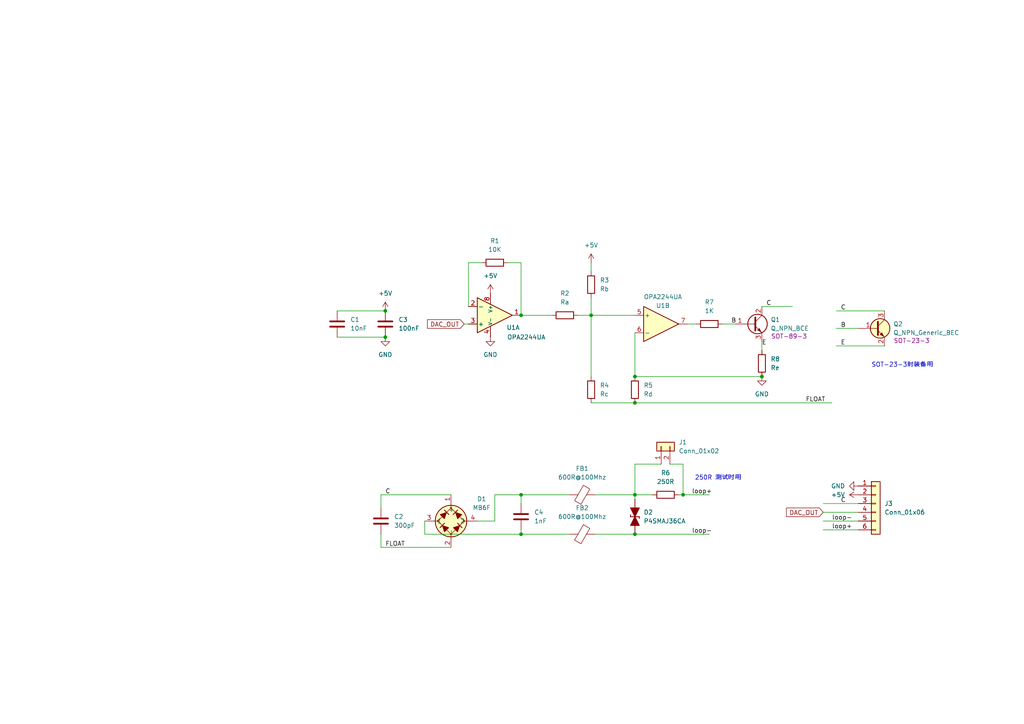
<source format=kicad_sch>
(kicad_sch (version 20250114) (generator "eeschema") (generator_version "9.0")
  (paper "A4")
  (lib_symbols
    (symbol "Connector_Generic:Conn_01x02" (pin_names (offset 1.016) (hide yes))
      (property "Reference" "J" (at 0 2.54 0))
      (property "Value" "Conn_01x02" (at 0 -5.08 0))
      (symbol "Conn_01x02_1_1"
        (rectangle (start -1.27 1.27) (end 1.27 -3.81) (stroke (width 0.254)) (fill (type background)))
        (rectangle (start -1.27 0.127) (end 0 -0.127) (stroke (width 0.1524)))
        (rectangle (start -1.27 -2.413) (end 0 -2.667) (stroke (width 0.1524)))
        (pin passive line (at -5.08 0 0) (length 3.81) (name "Pin_1") (number "1"))
        (pin passive line (at -5.08 -2.54 0) (length 3.81) (name "Pin_2") (number "2"))
      )
    )
    (symbol "Connector_Generic:Conn_01x06" (pin_names (offset 1.016) (hide yes))
      (property "Reference" "J" (at 0 7.62 0))
      (property "Value" "Conn_01x06" (at 0 -10.16 0))
      (symbol "Conn_01x06_1_1"
        (rectangle (start -1.27 6.35) (end 1.27 -8.89) (stroke (width 0.254)) (fill (type background)))
        (rectangle (start -1.27 5.207) (end 0 4.953) (stroke (width 0.1524)))
        (rectangle (start -1.27 2.667) (end 0 2.413) (stroke (width 0.1524)))
        (rectangle (start -1.27 0.127) (end 0 -0.127) (stroke (width 0.1524)))
        (rectangle (start -1.27 -2.413) (end 0 -2.667) (stroke (width 0.1524)))
        (rectangle (start -1.27 -4.953) (end 0 -5.207) (stroke (width 0.1524)))
        (rectangle (start -1.27 -7.493) (end 0 -7.747) (stroke (width 0.1524)))
        (pin passive line (at -5.08 5.08 0) (length 3.81) (name "Pin_1") (number "1"))
        (pin passive line (at -5.08 2.54 0) (length 3.81) (name "Pin_2") (number "2"))
        (pin passive line (at -5.08 0 0) (length 3.81) (name "Pin_3") (number "3"))
        (pin passive line (at -5.08 -2.54 0) (length 3.81) (name "Pin_4") (number "4"))
        (pin passive line (at -5.08 -5.08 0) (length 3.81) (name "Pin_5") (number "5"))
        (pin passive line (at -5.08 -7.62 0) (length 3.81) (name "Pin_6") (number "6"))
      )
    )
    (symbol "Device:FerriteBead" (pin_numbers (hide yes)) (pin_names (offset 0))
      (property "Reference" "FB" (at -3.81 0.635 90))
      (property "Value" "FerriteBead" (at 3.81 0 90))
      (symbol "FerriteBead_0_1"
        (polyline (pts (xy -2.7686 0.4064) (xy -1.7018 2.2606) (xy 2.7686 -0.3048) (xy 1.6764 -2.159) (xy -2.7686 0.4064)))
        (polyline (pts (xy 0 1.27) (xy 0 1.2954)))
        (polyline (pts (xy 0 -1.27) (xy 0 -1.2192)))
      )
      (symbol "FerriteBead_1_1"
        (pin passive line (at 0 3.81 270) (length 2.54) (name "~") (number "1"))
        (pin passive line (at 0 -3.81 90) (length 2.54) (name "~") (number "2"))
      )
    )
    (symbol "Library:MB6F" (pin_names (offset 1.016))
      (property "Reference" "D" (at 5.08 7.62 0))
      (property "Value" "MB6F" (at 5.08 5.08 0))
      (symbol "MB6F_0_1"
        (polyline (pts (xy -5.08 0) (xy -3.81 0)))
        (circle (center -3.81 0) (radius 0.1778) (fill (type outline)))
        (polyline (pts (xy -2.54 -1.27) (xy -1.905 -3.175) (xy -0.635 -1.905) (xy -2.54 -1.27)) (fill (type outline)))
        (polyline (pts (xy -1.905 3.175) (xy -0.635 1.905)) (stroke (width 0.254)))
        (polyline (pts (xy -1.905 -0.635) (xy -3.175 -1.905)) (stroke (width 0.254)))
        (polyline (pts (xy -1.27 2.54) (xy -1.905 0.635) (xy -3.175 1.905) (xy -1.27 2.54)) (fill (type outline)))
        (polyline (pts (xy 0 5.08) (xy 0 3.81)))
        (polyline (pts (xy 0 3.81) (xy -3.81 0) (xy 0 -3.81) (xy 3.81 0) (xy 0 3.81)))
        (circle (center 0 0) (radius 4.572) (stroke (width 0.254)) (fill (type background)))
        (polyline (pts (xy 0 -5.08) (xy 0 -3.81)))
        (polyline (pts (xy 1.27 2.54) (xy 3.175 1.905) (xy 1.905 0.635) (xy 1.27 2.54)) (fill (type outline)))
        (polyline (pts (xy 1.905 3.175) (xy 0.635 1.905)) (stroke (width 0.254)))
        (polyline (pts (xy 2.54 -1.27) (xy 0.635 -1.905) (xy 1.905 -3.175) (xy 2.54 -1.27)) (fill (type outline)))
        (polyline (pts (xy 3.175 -1.905) (xy 1.905 -0.635)) (stroke (width 0.254)))
        (polyline (pts (xy 5.08 0) (xy 3.81 0)))
      )
      (symbol "MB6F_1_1"
        (circle (center 0 3.81) (radius 0.1778) (fill (type outline)))
        (circle (center 0 -3.81) (radius 0.1778) (fill (type outline)))
        (circle (center 3.81 0) (radius 0.1778) (fill (type outline)))
        (pin passive line (at -7.62 0 0) (length 2.54) (name "1") (number "3"))
        (pin passive line (at 0 7.62 270) (length 2.54) (name "+") (number "1"))
        (pin passive line (at 0 -7.62 90) (length 2.54) (name "-") (number "2"))
        (pin passive line (at 7.62 0 180) (length 2.54) (name "2") (number "4"))
      )
    )
    (symbol "PCM_Amplifier_Operational_AKL:OPA2244UA" (pin_names (offset 0.2))
      (property "Reference" "U" (at 2.54 7.62 0))
      (property "Value" "OPA2244UA" (at 2.54 5.08 0))
      (symbol "OPA2244UA_0_1"
        (polyline (pts (xy -3.81 5.08) (xy -3.81 -5.08) (xy 6.35 0) (xy -3.81 5.08)) (stroke (width 0.254)) (fill (type background)))
      )
      (symbol "OPA2244UA_1_1"
        (pin input line (at -6.35 2.54 0) (length 2.54) (name "-") (number "2"))
        (pin input line (at -6.35 -2.54 0) (length 2.54) (name "+") (number "3"))
        (pin power_in line (at 0 6.35 270) (length 3.18) (name "V+") (number "8"))
        (pin power_in line (at 0 -6.35 90) (length 3.18) (name "V-") (number "4"))
        (pin output line (at 8.89 0 180) (length 2.54) (name "~") (number "1"))
      )
      (symbol "OPA2244UA_2_1"
        (pin input line (at -6.35 2.54 0) (length 2.54) (name "-") (number "6"))
        (pin input line (at -6.35 -2.54 0) (length 2.54) (name "+") (number "5"))
        (pin output line (at 8.89 0 180) (length 2.54) (name "~") (number "7"))
      )
    )
    (symbol "PCM_Capacitor_AKL:C_1206" (pin_numbers (hide yes)) (pin_names (offset 0.254))
      (property "Reference" "C" (at 0.635 2.54 0))
      (property "Value" "C_1206" (at 0.635 -2.54 0))
      (symbol "C_1206_0_1"
        (polyline (pts (xy -2.032 0.762) (xy 2.032 0.762)) (stroke (width 0.508)))
        (polyline (pts (xy -2.032 -0.762) (xy 2.032 -0.762)) (stroke (width 0.508)))
      )
      (symbol "C_1206_0_2"
        (polyline (pts (xy -2.54 -2.54) (xy -0.381 -0.381)))
        (polyline (pts (xy -0.508 -0.508) (xy -1.651 0.635)) (stroke (width 0.508)))
        (polyline (pts (xy -0.508 -0.508) (xy 0.635 -1.651)) (stroke (width 0.508)))
        (polyline (pts (xy 0.381 0.381) (xy 2.54 2.54)))
        (polyline (pts (xy 0.508 0.508) (xy -0.635 1.651)) (stroke (width 0.508)))
        (polyline (pts (xy 0.508 0.508) (xy 1.651 -0.635)) (stroke (width 0.508)))
      )
      (symbol "C_1206_1_1"
        (pin passive line (at 0 3.81 270) (length 2.794) (name "~") (number "1"))
        (pin passive line (at 0 -3.81 90) (length 2.794) (name "~") (number "2"))
      )
      (symbol "C_1206_1_2"
        (pin passive line (at -2.54 -2.54 90) (length 0) (name "~") (number "2"))
        (pin passive line (at 2.54 2.54 270) (length 0) (name "~") (number "1"))
      )
    )
    (symbol "PCM_Diode_TVS_AKL:P4SMAJ36CA" (pin_numbers (hide yes)) (pin_names (offset 1.016) (hide yes))
      (property "Reference" "D" (at 0 5.08 0))
      (property "Value" "P4SMAJ36CA" (at 0 2.54 0))
      (symbol "P4SMAJ36CA_0_1"
        (polyline (pts (xy 0 1.27) (xy 0 -1.27)) (stroke (width 0.254)))
        (polyline (pts (xy 0 1.27) (xy 0.508 1.27)) (stroke (width 0.254)))
        (polyline (pts (xy 0 0) (xy -2.54 1.27) (xy -2.54 -1.27) (xy 0 0)) (stroke (width 0.254)) (fill (type outline)))
        (polyline (pts (xy 0 -1.27) (xy -0.508 -1.27)) (stroke (width 0.254)))
        (polyline (pts (xy 1.27 0) (xy -1.27 0)))
        (polyline (pts (xy 2.54 1.27) (xy 2.54 -1.27) (xy 0 0) (xy 2.54 1.27)) (stroke (width 0.254)) (fill (type outline)))
      )
      (symbol "P4SMAJ36CA_0_2"
        (polyline (pts (xy -3.81 -3.81) (xy 3.81 3.81)))
        (polyline (pts (xy -1.778 -1.778) (xy -2.667 -0.889) (xy 0 0) (xy -0.889 -2.667) (xy -1.778 -1.778)) (stroke (width 0.254)) (fill (type outline)))
        (polyline (pts (xy -0.889 0.889) (xy -1.27 0.508)) (stroke (width 0.254)))
        (polyline (pts (xy -0.889 0.889) (xy 0.889 -0.889)) (stroke (width 0.254)))
        (polyline (pts (xy 0.889 -0.889) (xy 1.27 -0.508)) (stroke (width 0.254)))
        (polyline (pts (xy 1.778 1.778) (xy 2.667 0.889) (xy 0 0) (xy 0.889 2.667) (xy 1.778 1.778)) (stroke (width 0.254)) (fill (type outline)))
      )
      (symbol "P4SMAJ36CA_1_1"
        (pin passive line (at -5.08 0 0) (length 2.54) (name "K") (number "1"))
        (pin passive line (at 5.08 0 180) (length 2.54) (name "A") (number "2"))
      )
      (symbol "P4SMAJ36CA_1_2"
        (pin passive line (at -3.81 -3.81 0) (length 0) (name "A") (number "2"))
        (pin passive line (at 3.81 3.81 180) (length 0) (name "K") (number "1"))
      )
    )
    (symbol "PCM_Resistor_AKL:R_1206" (pin_numbers (hide yes)) (pin_names (offset 0))
      (property "Reference" "R" (at 2.54 1.27 0))
      (property "Value" "R_1206" (at 2.54 -1.27 0))
      (symbol "R_1206_0_1"
        (rectangle (start -1.016 2.54) (end 1.016 -2.54) (stroke (width 0.254)))
      )
      (symbol "R_1206_0_2"
        (polyline (pts (xy -2.54 -2.54) (xy -1.524 -1.524)))
        (polyline (pts (xy 1.524 1.524) (xy 2.54 2.54)))
        (polyline (pts (xy 1.524 1.524) (xy 0.889 2.159) (xy -2.159 -0.889) (xy -0.889 -2.159) (xy 2.159 0.889) (xy 1.524 1.524)) (stroke (width 0.254)))
      )
      (symbol "R_1206_1_1"
        (pin passive line (at 0 3.81 270) (length 1.27) (name "~") (number "1"))
        (pin passive line (at 0 -3.81 90) (length 1.27) (name "~") (number "2"))
      )
      (symbol "R_1206_1_2"
        (pin passive line (at -2.54 -2.54 0) (length 0) (name "") (number "2"))
        (pin passive line (at 2.54 2.54 180) (length 0) (name "") (number "1"))
      )
    )
    (symbol "PCM_Transistor_BJT_AKL:Q_NPN_Generic_BEC" (pin_names (hide yes))
      (property "Reference" "Q" (at 5.08 1.27 0))
      (property "Value" "Q_NPN_Generic_BEC" (at 5.08 -1.27 0))
      (symbol "Q_NPN_Generic_BEC_0_1"
        (polyline (pts (xy 0.635 1.905) (xy 0.635 -1.905) (xy 0.635 -1.905)) (stroke (width 0.508)))
        (polyline (pts (xy 0.635 0.635) (xy 2.54 2.54)))
        (polyline (pts (xy 0.635 -0.635) (xy 2.54 -2.54) (xy 2.54 -2.54)))
        (circle (center 1.27 0) (radius 2.8194) (stroke (width 0.254)) (fill (type background)))
        (polyline (pts (xy 1.27 -1.778) (xy 1.778 -1.27) (xy 2.286 -2.286) (xy 1.27 -1.778) (xy 1.27 -1.778)) (fill (type outline)))
      )
      (symbol "Q_NPN_Generic_BEC_1_1"
        (pin input line (at -5.08 0 0) (length 5.715) (name "B") (number "1"))
        (pin passive line (at 2.54 5.08 270) (length 2.54) (name "C") (number "3"))
        (pin passive line (at 2.54 -5.08 90) (length 2.54) (name "E") (number "2"))
      )
    )
    (symbol "Transistor_BJT:Q_NPN_BCE" (pin_names (offset 0) (hide yes))
      (property "Reference" "Q" (at 5.08 1.27 0))
      (property "Value" "Q_NPN_BCE" (at 5.08 -1.27 0))
      (symbol "Q_NPN_BCE_0_1"
        (polyline (pts (xy -2.54 0) (xy 0.635 0)))
        (polyline (pts (xy 0.635 1.905) (xy 0.635 -1.905)) (stroke (width 0.508)))
        (circle (center 1.27 0) (radius 2.8194) (stroke (width 0.254)))
      )
      (symbol "Q_NPN_BCE_1_1"
        (polyline (pts (xy 0.635 0.635) (xy 2.54 2.54)))
        (polyline (pts (xy 0.635 -0.635) (xy 2.54 -2.54)))
        (polyline (pts (xy 1.27 -1.778) (xy 1.778 -1.27) (xy 2.286 -2.286) (xy 1.27 -1.778)) (fill (type outline)))
        (pin input line (at -5.08 0 0) (length 2.54) (name "B") (number "1"))
        (pin passive line (at 2.54 5.08 270) (length 2.54) (name "C") (number "2"))
        (pin passive line (at 2.54 -5.08 90) (length 2.54) (name "E") (number "3"))
      )
    )
    (symbol "power:+5V" (power) (pin_numbers (hide yes)) (pin_names (offset 0) (hide yes))
      (property "Value" "+5V" (at 0 3.556 0))
      (symbol "+5V_0_1"
        (polyline (pts (xy -0.762 1.27) (xy 0 2.54)))
        (polyline (pts (xy 0 2.54) (xy 0.762 1.27)))
        (polyline (pts (xy 0 0) (xy 0 2.54)))
      )
      (symbol "+5V_1_1"
        (pin power_in line (at 0 0 90) (length 0) (name "~") (number "1"))
      )
    )
    (symbol "power:GND" (power) (pin_numbers (hide yes)) (pin_names (offset 0) (hide yes))
      (property "Value" "GND" (at 0 -3.81 0))
      (symbol "GND_0_1"
        (polyline (pts (xy 0 0) (xy 0 -1.27) (xy 1.27 -1.27) (xy 0 -2.54) (xy -1.27 -1.27) (xy 0 -1.27)))
      )
      (symbol "GND_1_1"
        (pin power_in line (at 0 0 270) (length 0) (name "~") (number "1"))
      )
    )
  )
  (text "SOT-23-3封装备用" (at 252.73 106.68 0) (effects (font (size 1.27 1.27)) (justify left bottom)))
  (text "250R 测试时用" (at 208.28 138.684 0) (effects (font (size 1.27 1.27))))
  (junction (at 220.98 109.22))
  (junction (at 184.15 116.84))
  (junction (at 184.15 109.22))
  (junction (at 184.15 154.94))
  (junction (at 151.13 91.44))
  (junction (at 198.12 143.51))
  (junction (at 151.13 143.51))
  (junction (at 171.45 91.44))
  (junction (at 184.15 143.51))
  (junction (at 111.76 97.79))
  (junction (at 151.13 154.94))
  (junction (at 111.76 90.17))
  (wire (pts (xy 189.23 143.51) (xy 184.15 143.51)))
  (wire (pts (xy 238.76 151.13) (xy 248.92 151.13)))
  (wire (pts (xy 123.19 154.94) (xy 123.19 151.13)))
  (wire (pts (xy 135.89 88.9) (xy 135.89 76.2)))
  (wire (pts (xy 151.13 76.2) (xy 151.13 91.44)))
  (wire (pts (xy 184.15 143.51) (xy 172.72 143.51)))
  (wire (pts (xy 220.98 88.9) (xy 229.87 88.9)))
  (wire (pts (xy 143.51 151.13) (xy 138.43 151.13)))
  (wire (pts (xy 110.49 158.75) (xy 110.49 154.94)))
  (wire (pts (xy 151.13 91.44) (xy 160.02 91.44)))
  (wire (pts (xy 134.62 93.98) (xy 135.89 93.98)))
  (wire (pts (xy 171.45 76.2) (xy 171.45 78.74)))
  (wire (pts (xy 151.13 154.94) (xy 165.1 154.94)))
  (wire (pts (xy 184.15 134.62) (xy 184.15 143.51)))
  (wire (pts (xy 238.76 148.59) (xy 248.92 148.59)))
  (wire (pts (xy 165.1 143.51) (xy 151.13 143.51)))
  (wire (pts (xy 151.13 153.67) (xy 151.13 154.94)))
  (wire (pts (xy 171.45 91.44) (xy 171.45 109.22)))
  (wire (pts (xy 194.31 134.62) (xy 198.12 134.62)))
  (wire (pts (xy 171.45 91.44) (xy 184.15 91.44)))
  (wire (pts (xy 184.15 96.52) (xy 184.15 109.22)))
  (wire (pts (xy 151.13 143.51) (xy 143.51 143.51)))
  (wire (pts (xy 171.45 86.36) (xy 171.45 91.44)))
  (wire (pts (xy 143.51 143.51) (xy 143.51 151.13)))
  (wire (pts (xy 123.19 154.94) (xy 151.13 154.94)))
  (wire (pts (xy 184.15 154.94) (xy 205.74 154.94)))
  (wire (pts (xy 220.98 101.6) (xy 220.98 99.06)))
  (wire (pts (xy 242.57 90.17) (xy 256.54 90.17)))
  (wire (pts (xy 151.13 143.51) (xy 151.13 146.05)))
  (wire (pts (xy 172.72 154.94) (xy 184.15 154.94)))
  (wire (pts (xy 242.57 95.25) (xy 248.92 95.25)))
  (wire (pts (xy 184.15 116.84) (xy 241.3 116.84)))
  (wire (pts (xy 242.57 100.33) (xy 256.54 100.33)))
  (wire (pts (xy 238.76 153.67) (xy 248.92 153.67)))
  (wire (pts (xy 97.79 97.79) (xy 111.76 97.79)))
  (wire (pts (xy 135.89 76.2) (xy 139.7 76.2)))
  (wire (pts (xy 191.77 134.62) (xy 184.15 134.62)))
  (wire (pts (xy 130.81 143.51) (xy 110.49 143.51)))
  (wire (pts (xy 171.45 116.84) (xy 184.15 116.84)))
  (wire (pts (xy 184.15 109.22) (xy 220.98 109.22)))
  (wire (pts (xy 238.76 146.05) (xy 248.92 146.05)))
  (wire (pts (xy 167.64 91.44) (xy 171.45 91.44)))
  (wire (pts (xy 209.55 93.98) (xy 213.36 93.98)))
  (wire (pts (xy 199.39 93.98) (xy 201.93 93.98)))
  (wire (pts (xy 198.12 134.62) (xy 198.12 143.51)))
  (wire (pts (xy 147.32 76.2) (xy 151.13 76.2)))
  (wire (pts (xy 130.81 158.75) (xy 110.49 158.75)))
  (wire (pts (xy 198.12 143.51) (xy 196.85 143.51)))
  (wire (pts (xy 97.79 90.17) (xy 111.76 90.17)))
  (wire (pts (xy 184.15 143.51) (xy 184.15 144.78)))
  (wire (pts (xy 205.74 143.51) (xy 198.12 143.51)))
  (wire (pts (xy 110.49 143.51) (xy 110.49 147.32)))
  (label "C" (at 243.84 146.05 0))
  (label "loop-" (at 241.3 151.13 0))
  (label "B" (at 212.09 93.98 0))
  (label "FLOAT" (at 111.76 158.75 0))
  (label "loop-" (at 200.66 154.94 0))
  (label "E" (at 220.98 100.33 0))
  (label "E" (at 243.84 100.33 0))
  (label "C" (at 243.84 90.17 0))
  (label "FLOAT" (at 233.68 116.84 0))
  (label "B" (at 243.84 95.25 0))
  (label "loop+" (at 241.3 153.67 0))
  (label "loop+" (at 200.66 143.51 0))
  (label "C" (at 111.76 143.51 0))
  (label "C" (at 222.25 88.9 0))
  (global_label "DAC_OUT" (shape input) (at 134.62 93.98 180) (property "Intersheetrefs" "${INTERSHEET_REFS}" (effects (hide yes))))
  (global_label "DAC_OUT" (shape input) (at 238.76 148.59 180) (property "Intersheetrefs" "${INTERSHEET_REFS}" (effects (hide yes))))
  (symbol (lib_id "PCM_Diode_TVS_AKL:P4SMAJ36CA") (at 184.15 149.86 90) (unit 1)
    (property "Reference" "D2" (at 186.69 148.5899 90) (effects (justify right)))
    (property "Value" "P4SMAJ36CA" (at 186.69 151.1299 90) (effects (justify right)))
    (property "Footprint" "PCM_Diode_SMD_AKL:D_SMA_TVS" (effects (hide yes)))
    (property "Datasheet" "https://www.tme.eu/Document/1eef058bc29c4135e52f8ab997b46c91/p4smaj65.pdf" (effects (hide yes)))
    (property "Description" "SMA Bidirectional TVS Diode, 36V, 400W, Alternate KiCAD Library" (effects (hide yes)))
  )
  (symbol (lib_id "PCM_Resistor_AKL:R_1206") (at 184.15 113.03 180) (unit 1)
    (property "Reference" "R5" (at 186.69 111.7599 0) (effects (justify right)))
    (property "Value" "Rd" (at 186.69 114.2999 0) (effects (justify right)))
    (property "Footprint" "PCM_Resistor_SMD_AKL:R_1206_3216Metric" (effects (hide yes)))
    (property "Description" "SMD 1206 Chip Resistor, European Symbol, Alternate KiCad Library" (effects (hide yes)))
  )
  (symbol (lib_id "power:GND") (at 111.76 97.79 0) (unit 1)
    (property "Reference" "#PWR02" (effects (hide yes)))
    (property "Value" "GND" (at 111.76 102.87 0))
    (property "Description" "Power symbol creates a global label with name \"GND\" , ground" (effects (hide yes)))
  )
  (symbol (lib_id "PCM_Transistor_BJT_AKL:Q_NPN_Generic_BEC") (at 254 95.25 0) (unit 1)
    (property "Reference" "Q2" (at 259.08 93.9799 0) (effects (justify left)))
    (property "Value" "Q_NPN_Generic_BEC" (at 259.08 96.5199 0) (effects (justify left)))
    (property "Footprint" "Package_TO_SOT_SMD:SOT-23-3" (effects (hide yes)))
    (property "Description" "NPN transistor, generic symbol, Alternate KiCAD Library" (effects (hide yes)))
    (property "package" "SOT-23-3" (at 264.414 98.806 0))
  )
  (symbol (lib_id "PCM_Resistor_AKL:R_1206") (at 163.83 91.44 90) (unit 1)
    (property "Reference" "R2" (at 163.83 85.09 90))
    (property "Value" "Ra" (at 163.83 87.63 90))
    (property "Footprint" "PCM_Resistor_SMD_AKL:R_1206_3216Metric" (effects (hide yes)))
    (property "Description" "SMD 1206 Chip Resistor, European Symbol, Alternate KiCad Library" (effects (hide yes)))
  )
  (symbol (lib_id "power:+5V") (at 142.24 85.09 0) (unit 1)
    (property "Reference" "#PWR03" (effects (hide yes)))
    (property "Value" "+5V" (at 142.24 80.01 0))
    (property "Description" "Power symbol creates a global label with name \"+5V\"" (effects (hide yes)))
  )
  (symbol (lib_id "Device:FerriteBead") (at 168.91 154.94 90) (unit 1)
    (property "Reference" "FB2" (at 168.8592 147.32 90))
    (property "Value" "600R@100Mhz" (at 168.8592 149.86 90))
    (property "Footprint" "PCM_Inductor_SMD_AKL:L_1206_3216Metric" (effects (hide yes)))
    (property "Description" "Ferrite bead" (effects (hide yes)))
  )
  (symbol (lib_id "Library:MB6F") (at 130.81 151.13 0) (unit 1)
    (property "Reference" "D1" (at 139.7 144.7098 0))
    (property "Value" "MB6F" (at 139.7 147.2498 0))
    (property "Footprint" "PCM_Diode_SMD_AKL:Diode_Bridge_MBF" (effects (hide yes)))
    (property "Datasheet" "https://www.jlc-smt.com/lcsc/detail?componentCode=C3036709" (effects (hide yes)))
    (property "Description" "Diode bridge, Generic symbol, Alternate KiCAD Library" (effects (hide yes)))
  )
  (symbol (lib_id "PCM_Capacitor_AKL:C_1206") (at 97.79 93.98 0) (unit 1)
    (property "Reference" "C1" (at 101.6 92.7099 0) (effects (justify left)))
    (property "Value" "10nF" (at 101.6 95.2499 0) (effects (justify left)))
    (property "Footprint" "PCM_Capacitor_SMD_AKL:C_1206_3216Metric" (effects (hide yes)))
    (property "Description" "SMD 1206 MLCC capacitor, Alternate KiCad Library" (effects (hide yes)))
  )
  (symbol (lib_id "power:+5V") (at 111.76 90.17 0) (unit 1)
    (property "Reference" "#PWR01" (effects (hide yes)))
    (property "Value" "+5V" (at 111.76 85.09 0))
    (property "Description" "Power symbol creates a global label with name \"+5V\"" (effects (hide yes)))
  )
  (symbol (lib_id "power:GND") (at 142.24 97.79 0) (unit 1)
    (property "Reference" "#PWR04" (effects (hide yes)))
    (property "Value" "GND" (at 142.24 102.87 0))
    (property "Description" "Power symbol creates a global label with name \"GND\" , ground" (effects (hide yes)))
  )
  (symbol (lib_id "PCM_Resistor_AKL:R_1206") (at 143.51 76.2 90) (unit 1)
    (property "Reference" "R1" (at 143.51 69.85 90))
    (property "Value" "10K" (at 143.51 72.39 90))
    (property "Footprint" "PCM_Resistor_SMD_AKL:R_1206_3216Metric" (effects (hide yes)))
    (property "Description" "SMD 1206 Chip Resistor, European Symbol, Alternate KiCad Library" (effects (hide yes)))
  )
  (symbol (lib_id "PCM_Amplifier_Operational_AKL:OPA2244UA") (at 190.5 93.98 0) (mirror x) (unit 2)
    (property "Reference" "U1" (at 192.278 88.646 0))
    (property "Value" "OPA2244UA" (at 192.278 86.106 0))
    (property "Footprint" "PCM_Package_SO_AKL:SO-8_3.9x4.9mm_P1.27mm" (effects (hide yes)))
    (property "Datasheet" "https://www.ti.com/lit/ds/symlink/opa244.pdf?ts=1635000702154&ref_url=https%253A%252F%252Fwww.google.com%252F" (effects (hide yes)))
    (property "Description" "SO-8 Dual Low Power Operational Amplifier, 1.5mV Offset, 6μV/°C Drift, 430kHz GBW, 500μA Supply Current per Amplifier, Alternate KiCAD Library" (effects (hide yes)))
  )
  (symbol (lib_id "PCM_Amplifier_Operational_AKL:OPA2244UA") (at 142.24 91.44 0) (unit 1)
    (property "Reference" "U1" (at 148.844 94.996 0))
    (property "Value" "OPA2244UA" (at 152.654 97.79 0))
    (property "Footprint" "PCM_Package_SO_AKL:SO-8_3.9x4.9mm_P1.27mm" (effects (hide yes)))
    (property "Datasheet" "https://www.ti.com/lit/ds/symlink/opa244.pdf?ts=1635000702154&ref_url=https%253A%252F%252Fwww.google.com%252F" (effects (hide yes)))
    (property "Description" "SO-8 Dual Low Power Operational Amplifier, 1.5mV Offset, 6μV/°C Drift, 430kHz GBW, 500μA Supply Current per Amplifier, Alternate KiCAD Library" (effects (hide yes)))
  )
  (symbol (lib_id "Transistor_BJT:Q_NPN_BCE") (at 218.44 93.98 0) (unit 1)
    (property "Reference" "Q1" (at 223.52 92.7099 0) (effects (justify left)))
    (property "Value" "Q_NPN_BCE" (at 223.52 95.2499 0) (effects (justify left)))
    (property "Footprint" "PCM_Package_TO_SOT_SMD_AKL:SOT-89-3_BigPads" (effects (hide yes)))
    (property "Description" "NPN transistor, base/collector/emitter" (effects (hide yes)))
    (property "package" "SOT-89-3" (at 228.854 97.536 0))
  )
  (symbol (lib_id "power:GND") (at 248.92 140.97 270) (unit 1)
    (property "Reference" "#PWR07" (effects (hide yes)))
    (property "Value" "GND" (at 245.11 140.9699 90) (effects (justify right)))
    (property "Description" "Power symbol creates a global label with name \"GND\" , ground" (effects (hide yes)))
  )
  (symbol (lib_id "PCM_Resistor_AKL:R_1206") (at 171.45 82.55 180) (unit 1)
    (property "Reference" "R3" (at 173.99 81.2799 0) (effects (justify right)))
    (property "Value" "Rb" (at 173.99 83.8199 0) (effects (justify right)))
    (property "Footprint" "PCM_Resistor_SMD_AKL:R_1206_3216Metric" (effects (hide yes)))
    (property "Description" "SMD 1206 Chip Resistor, European Symbol, Alternate KiCad Library" (effects (hide yes)))
  )
  (symbol (lib_id "power:GND") (at 220.98 109.22 0) (unit 1)
    (property "Reference" "#PWR06" (effects (hide yes)))
    (property "Value" "GND" (at 220.98 114.3 0))
    (property "Description" "Power symbol creates a global label with name \"GND\" , ground" (effects (hide yes)))
  )
  (symbol (lib_id "PCM_Resistor_AKL:R_1206") (at 171.45 113.03 180) (unit 1)
    (property "Reference" "R4" (at 173.99 111.7599 0) (effects (justify right)))
    (property "Value" "Rc" (at 173.99 114.2999 0) (effects (justify right)))
    (property "Footprint" "PCM_Resistor_SMD_AKL:R_1206_3216Metric" (effects (hide yes)))
    (property "Description" "SMD 1206 Chip Resistor, European Symbol, Alternate KiCad Library" (effects (hide yes)))
  )
  (symbol (lib_id "power:+5V") (at 171.45 76.2 0) (unit 1)
    (property "Reference" "#PWR05" (effects (hide yes)))
    (property "Value" "+5V" (at 171.45 71.12 0))
    (property "Description" "Power symbol creates a global label with name \"+5V\"" (effects (hide yes)))
  )
  (symbol (lib_id "PCM_Capacitor_AKL:C_1206") (at 110.49 151.13 0) (unit 1)
    (property "Reference" "C2" (at 114.3 149.8599 0) (effects (justify left)))
    (property "Value" "300pF" (at 114.3 152.3999 0) (effects (justify left)))
    (property "Footprint" "PCM_Capacitor_SMD_AKL:C_1206_3216Metric" (effects (hide yes)))
    (property "Description" "SMD 1206 MLCC capacitor, Alternate KiCad Library" (effects (hide yes)))
  )
  (symbol (lib_id "PCM_Resistor_AKL:R_1206") (at 193.04 143.51 270) (unit 1)
    (property "Reference" "R6" (at 193.04 137.16 90))
    (property "Value" "250R" (at 193.04 139.7 90))
    (property "Footprint" "PCM_Resistor_SMD_AKL:R_1206_3216Metric" (effects (hide yes)))
    (property "Description" "SMD 1206 Chip Resistor, European Symbol, Alternate KiCad Library" (effects (hide yes)))
  )
  (symbol (lib_id "PCM_Resistor_AKL:R_1206") (at 220.98 105.41 180) (unit 1)
    (property "Reference" "R8" (at 223.52 104.1399 0) (effects (justify right)))
    (property "Value" "Re" (at 223.52 106.6799 0) (effects (justify right)))
    (property "Footprint" "PCM_Resistor_SMD_AKL:R_1206_3216Metric" (effects (hide yes)))
    (property "Description" "SMD 1206 Chip Resistor, European Symbol, Alternate KiCad Library" (effects (hide yes)))
  )
  (symbol (lib_id "PCM_Capacitor_AKL:C_1206") (at 151.13 149.86 0) (unit 1)
    (property "Reference" "C4" (at 154.94 148.5899 0) (effects (justify left)))
    (property "Value" "1nF" (at 154.94 151.1299 0) (effects (justify left)))
    (property "Footprint" "PCM_Capacitor_SMD_AKL:C_1206_3216Metric" (effects (hide yes)))
    (property "Description" "SMD 1206 MLCC capacitor, Alternate KiCad Library" (effects (hide yes)))
  )
  (symbol (lib_id "PCM_Resistor_AKL:R_1206") (at 205.74 93.98 270) (unit 1)
    (property "Reference" "R7" (at 205.74 87.63 90))
    (property "Value" "1K" (at 205.74 90.17 90))
    (property "Footprint" "PCM_Resistor_SMD_AKL:R_1206_3216Metric" (effects (hide yes)))
    (property "Description" "SMD 1206 Chip Resistor, European Symbol, Alternate KiCad Library" (effects (hide yes)))
  )
  (symbol (lib_id "Connector_Generic:Conn_01x06") (at 254 146.05 0) (unit 1)
    (property "Reference" "J3" (at 256.54 146.0499 0) (effects (justify left)))
    (property "Value" "Conn_01x06" (at 256.54 148.5899 0) (effects (justify left)))
    (property "Footprint" "Connector_PinHeader_2.54mm:PinHeader_1x06_P2.54mm_Vertical" (effects (hide yes)))
    (property "Description" "Generic connector, single row, 01x06, script generated (kicad-library-utils/schlib/autogen/connector/)" (effects (hide yes)))
  )
  (symbol (lib_id "power:+5V") (at 248.92 143.51 90) (unit 1)
    (property "Reference" "#PWR08" (effects (hide yes)))
    (property "Value" "+5V" (at 245.11 143.5099 90) (effects (justify left)))
    (property "Description" "Power symbol creates a global label with name \"+5V\"" (effects (hide yes)))
  )
  (symbol (lib_id "PCM_Capacitor_AKL:C_1206") (at 111.76 93.98 0) (unit 1)
    (property "Reference" "C3" (at 115.57 92.7099 0) (effects (justify left)))
    (property "Value" "100nF" (at 115.57 95.2499 0) (effects (justify left)))
    (property "Footprint" "PCM_Capacitor_SMD_AKL:C_1206_3216Metric" (effects (hide yes)))
    (property "Description" "SMD 1206 MLCC capacitor, Alternate KiCad Library" (effects (hide yes)))
  )
  (symbol (lib_id "Device:FerriteBead") (at 168.91 143.51 90) (unit 1)
    (property "Reference" "FB1" (at 168.8592 135.89 90))
    (property "Value" "600R@100Mhz" (at 168.8592 138.43 90))
    (property "Footprint" "PCM_Inductor_SMD_AKL:L_1206_3216Metric" (effects (hide yes)))
    (property "Description" "Ferrite bead" (effects (hide yes)))
  )
  (symbol (lib_id "Connector_Generic:Conn_01x02") (at 191.77 129.54 90) (unit 1)
    (property "Reference" "J1" (at 196.85 128.2699 90) (effects (justify right)))
    (property "Value" "Conn_01x02" (at 196.85 130.8099 90) (effects (justify right)))
    (property "Footprint" "Connector_PinHeader_2.54mm:PinHeader_1x02_P2.54mm_Vertical" (effects (hide yes)))
    (property "Description" "Generic connector, single row, 01x02, script generated (kicad-library-utils/schlib/autogen/connector/)" (effects (hide yes)))
  )
)
</source>
